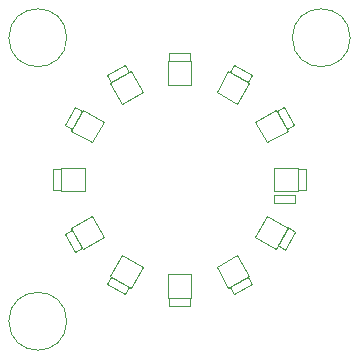
<source format=gbr>
%TF.GenerationSoftware,KiCad,Pcbnew,7.0.5.1-1-g8f565ef7f0-dirty-deb11*%
%TF.CreationDate,2023-06-03T13:04:23+00:00*%
%TF.ProjectId,pedalboard-led-ring,70656461-6c62-46f6-9172-642d6c65642d,1.0.0*%
%TF.SameCoordinates,Original*%
%TF.FileFunction,Other,User*%
%FSLAX46Y46*%
G04 Gerber Fmt 4.6, Leading zero omitted, Abs format (unit mm)*
G04 Created by KiCad (PCBNEW 7.0.5.1-1-g8f565ef7f0-dirty-deb11) date 2023-06-03 13:04:23*
%MOMM*%
%LPD*%
G01*
G04 APERTURE LIST*
%ADD10C,0.050000*%
G04 APERTURE END LIST*
D10*
%TO.C,C8*%
X71173528Y-66112102D02*
X70293528Y-64587898D01*
X71779746Y-65762102D02*
X71173528Y-66112102D01*
X70293528Y-64587898D02*
X70899746Y-64237898D01*
X70899746Y-64237898D02*
X71779746Y-65762102D01*
%TO.C,D11*%
X84866025Y-66428204D02*
X85866025Y-68160254D01*
X83133975Y-67428204D02*
X84866025Y-66428204D01*
X85866025Y-68160254D02*
X84133975Y-69160254D01*
X84133975Y-69160254D02*
X83133975Y-67428204D01*
%TO.C,D1*%
X88000000Y-59000000D02*
X90000000Y-59000000D01*
X88000000Y-61000000D02*
X88000000Y-59000000D01*
X90000000Y-59000000D02*
X90000000Y-61000000D01*
X90000000Y-61000000D02*
X88000000Y-61000000D01*
%TO.C,D4*%
X79000000Y-52000000D02*
X79000000Y-50000000D01*
X81000000Y-52000000D02*
X79000000Y-52000000D01*
X79000000Y-50000000D02*
X81000000Y-50000000D01*
X81000000Y-50000000D02*
X81000000Y-52000000D01*
%TO.C,D12*%
X87428204Y-63133975D02*
X89160254Y-64133975D01*
X86428204Y-64866025D02*
X87428204Y-63133975D01*
X89160254Y-64133975D02*
X88160254Y-65866025D01*
X88160254Y-65866025D02*
X86428204Y-64866025D01*
%TO.C,D8*%
X73571796Y-64866025D02*
X71839746Y-65866025D01*
X72571796Y-63133975D02*
X73571796Y-64866025D01*
X71839746Y-65866025D02*
X70839746Y-64133975D01*
X70839746Y-64133975D02*
X72571796Y-63133975D01*
%TO.C,H3*%
X70450000Y-48000000D02*
G75*
G03*
X70450000Y-48000000I-2450000J0D01*
G01*
%TO.C,D10*%
X81000000Y-68000000D02*
X81000000Y-70000000D01*
X79000000Y-68000000D02*
X81000000Y-68000000D01*
X81000000Y-70000000D02*
X79000000Y-70000000D01*
X79000000Y-70000000D02*
X79000000Y-68000000D01*
%TO.C,C11*%
X86112102Y-68826472D02*
X84587898Y-69706472D01*
X85762102Y-68220254D02*
X86112102Y-68826472D01*
X84587898Y-69706472D02*
X84237898Y-69100254D01*
X84237898Y-69100254D02*
X85762102Y-68220254D01*
%TO.C,D7*%
X72000000Y-61000000D02*
X70000000Y-61000000D01*
X72000000Y-59000000D02*
X72000000Y-61000000D01*
X70000000Y-61000000D02*
X70000000Y-59000000D01*
X70000000Y-59000000D02*
X72000000Y-59000000D01*
%TO.C,D6*%
X72571796Y-56866025D02*
X70839746Y-55866025D01*
X73571796Y-55133975D02*
X72571796Y-56866025D01*
X70839746Y-55866025D02*
X71839746Y-54133975D01*
X71839746Y-54133975D02*
X73571796Y-55133975D01*
%TO.C,C12*%
X88326891Y-65587102D02*
X89206891Y-64062898D01*
X88933109Y-65937102D02*
X88326891Y-65587102D01*
X89206891Y-64062898D02*
X89813109Y-64412898D01*
X89813109Y-64412898D02*
X88933109Y-65937102D01*
%TO.C,H2*%
X94450000Y-48000000D02*
G75*
G03*
X94450000Y-48000000I-2450000J0D01*
G01*
%TO.C,C6*%
X70293528Y-55412102D02*
X71173528Y-53887898D01*
X70899746Y-55762102D02*
X70293528Y-55412102D01*
X71173528Y-53887898D02*
X71779746Y-54237898D01*
X71779746Y-54237898D02*
X70899746Y-55762102D01*
%TO.C,C9*%
X75412102Y-69706472D02*
X73887898Y-68826472D01*
X75762102Y-69100254D02*
X75412102Y-69706472D01*
X73887898Y-68826472D02*
X74237898Y-68220254D01*
X74237898Y-68220254D02*
X75762102Y-69100254D01*
%TO.C,C7*%
X69300000Y-60880000D02*
X69300000Y-59120000D01*
X70000000Y-60880000D02*
X69300000Y-60880000D01*
X69300000Y-59120000D02*
X70000000Y-59120000D01*
X70000000Y-59120000D02*
X70000000Y-60880000D01*
%TO.C,C10*%
X80880000Y-70700000D02*
X79120000Y-70700000D01*
X80880000Y-70000000D02*
X80880000Y-70700000D01*
X79120000Y-70700000D02*
X79120000Y-70000000D01*
X79120000Y-70000000D02*
X80880000Y-70000000D01*
%TO.C,C3*%
X84587898Y-50293528D02*
X86112102Y-51173528D01*
X84237898Y-50899746D02*
X84587898Y-50293528D01*
X86112102Y-51173528D02*
X85762102Y-51779746D01*
X85762102Y-51779746D02*
X84237898Y-50899746D01*
%TO.C,C2*%
X88826472Y-53887898D02*
X89706472Y-55412102D01*
X88220254Y-54237898D02*
X88826472Y-53887898D01*
X89706472Y-55412102D02*
X89100254Y-55762102D01*
X89100254Y-55762102D02*
X88220254Y-54237898D01*
%TO.C,C5*%
X73887898Y-51173528D02*
X75412102Y-50293528D01*
X74237898Y-51779746D02*
X73887898Y-51173528D01*
X75412102Y-50293528D02*
X75762102Y-50899746D01*
X75762102Y-50899746D02*
X74237898Y-51779746D01*
%TO.C,H1*%
X70450000Y-72000000D02*
G75*
G03*
X70450000Y-72000000I-2450000J0D01*
G01*
%TO.C,D2*%
X86428204Y-55133975D02*
X88160254Y-54133975D01*
X87428204Y-56866025D02*
X86428204Y-55133975D01*
X88160254Y-54133975D02*
X89160254Y-55866025D01*
X89160254Y-55866025D02*
X87428204Y-56866025D01*
%TO.C,C1*%
X90700000Y-59120000D02*
X90700000Y-60880000D01*
X90000000Y-59120000D02*
X90700000Y-59120000D01*
X90700000Y-60880000D02*
X90000000Y-60880000D01*
X90000000Y-60880000D02*
X90000000Y-59120000D01*
%TO.C,D5*%
X75133975Y-53571796D02*
X74133975Y-51839746D01*
X76866025Y-52571796D02*
X75133975Y-53571796D01*
X74133975Y-51839746D02*
X75866025Y-50839746D01*
X75866025Y-50839746D02*
X76866025Y-52571796D01*
%TO.C,D9*%
X76866025Y-67428204D02*
X75866025Y-69160254D01*
X75133975Y-66428204D02*
X76866025Y-67428204D01*
X75866025Y-69160254D02*
X74133975Y-68160254D01*
X74133975Y-68160254D02*
X75133975Y-66428204D01*
%TO.C,D3*%
X83133975Y-52571796D02*
X84133975Y-50839746D01*
X84866025Y-53571796D02*
X83133975Y-52571796D01*
X84133975Y-50839746D02*
X85866025Y-51839746D01*
X85866025Y-51839746D02*
X84866025Y-53571796D01*
%TO.C,R1*%
X89790000Y-62030000D02*
X88030000Y-62030000D01*
X89790000Y-61330000D02*
X89790000Y-62030000D01*
X88030000Y-62030000D02*
X88030000Y-61330000D01*
X88030000Y-61330000D02*
X89790000Y-61330000D01*
%TO.C,C4*%
X79120000Y-49300000D02*
X80880000Y-49300000D01*
X79120000Y-50000000D02*
X79120000Y-49300000D01*
X80880000Y-49300000D02*
X80880000Y-50000000D01*
X80880000Y-50000000D02*
X79120000Y-50000000D01*
%TD*%
M02*

</source>
